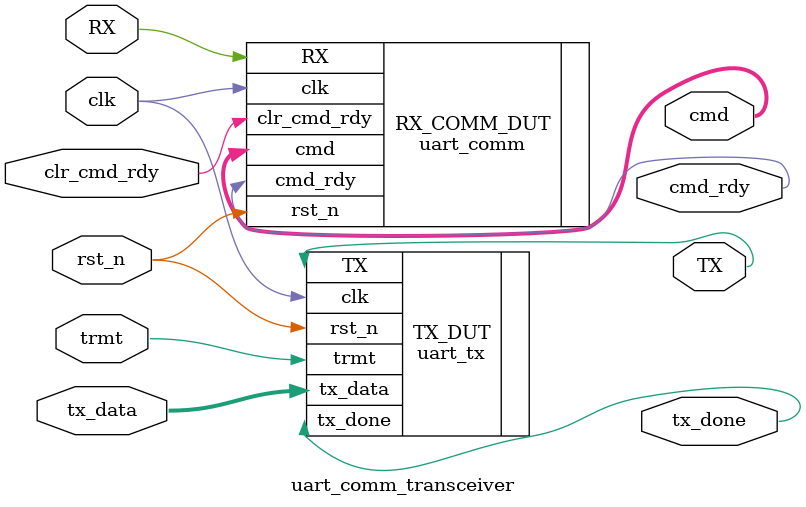
<source format=sv>
module uart_comm_transceiver(clk, rst_n, tx_done, cmd_rdy, tx_data, cmd, TX, RX, clr_cmd_rdy, trmt );

 input [7:0] tx_data;
 output [23:0] cmd;
 input clk, rst_n, RX, clr_cmd_rdy, trmt;
 output tx_done, cmd_rdy, TX;

 uart_tx TX_DUT(.clk(clk), .rst_n(rst_n), .tx_done(tx_done), .trmt(trmt), .TX(TX), .tx_data(tx_data));

 uart_comm RX_COMM_DUT(.clk(clk), .rst_n(rst_n), .RX(RX), .clr_cmd_rdy(clr_cmd_rdy), .cmd_rdy(cmd_rdy), .cmd(cmd));

endmodule

</source>
